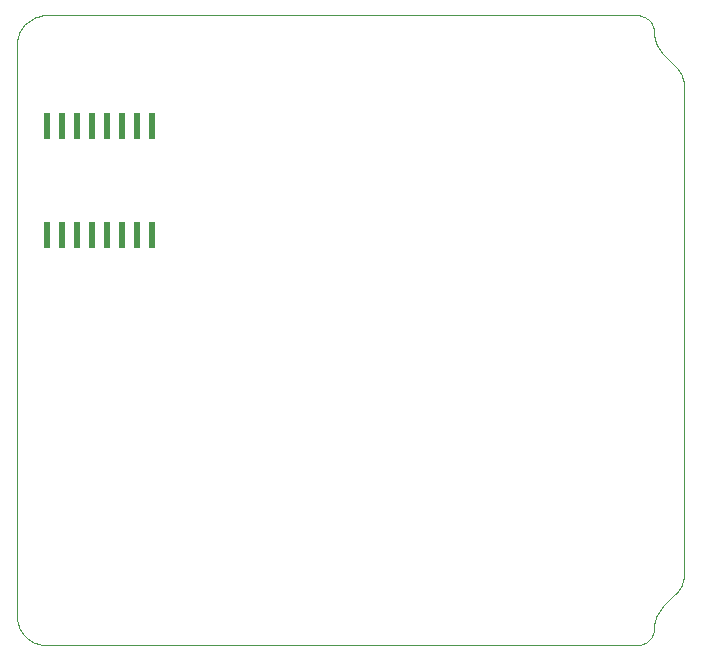
<source format=gtp>
G75*
G70*
%OFA0B0*%
%FSLAX24Y24*%
%IPPOS*%
%LPD*%
%AMOC8*
5,1,8,0,0,1.08239X$1,22.5*
%
%ADD10R,0.0236X0.0866*%
%ADD11C,0.0000*%
D10*
X001937Y014626D03*
X002437Y014626D03*
X002937Y014626D03*
X003437Y014626D03*
X003937Y014626D03*
X004437Y014626D03*
X004937Y014626D03*
X005437Y014626D03*
X005437Y018248D03*
X004937Y018248D03*
X004437Y018248D03*
X003937Y018248D03*
X003437Y018248D03*
X002937Y018248D03*
X002437Y018248D03*
X001937Y018248D03*
D11*
X001937Y000937D02*
X021602Y000937D01*
X021648Y000939D01*
X021694Y000944D01*
X021739Y000953D01*
X021783Y000966D01*
X021826Y000982D01*
X021868Y001001D01*
X021908Y001023D01*
X021946Y001049D01*
X021983Y001077D01*
X022016Y001109D01*
X022048Y001142D01*
X022076Y001179D01*
X022102Y001217D01*
X022124Y001257D01*
X022143Y001299D01*
X022159Y001342D01*
X022172Y001386D01*
X022181Y001431D01*
X022186Y001477D01*
X022188Y001523D01*
X022480Y002230D02*
X022894Y002644D01*
X023187Y003352D02*
X023187Y003687D01*
X023187Y019523D01*
X022894Y020230D02*
X022480Y020644D01*
X022480Y020645D02*
X022438Y020689D01*
X022400Y020735D01*
X022364Y020784D01*
X022331Y020835D01*
X022302Y020887D01*
X022275Y020942D01*
X022252Y020997D01*
X022232Y021055D01*
X022216Y021113D01*
X022203Y021172D01*
X022194Y021231D01*
X022189Y021292D01*
X022187Y021352D01*
X022188Y021352D02*
X022186Y021398D01*
X022181Y021444D01*
X022172Y021489D01*
X022159Y021533D01*
X022143Y021576D01*
X022124Y021618D01*
X022102Y021658D01*
X022076Y021696D01*
X022048Y021733D01*
X022016Y021766D01*
X021983Y021798D01*
X021946Y021826D01*
X021908Y021852D01*
X021868Y021874D01*
X021826Y021893D01*
X021783Y021909D01*
X021739Y021922D01*
X021694Y021931D01*
X021648Y021936D01*
X021602Y021938D01*
X021602Y021937D02*
X001937Y021937D01*
X001877Y021935D01*
X001816Y021930D01*
X001757Y021921D01*
X001698Y021908D01*
X001639Y021892D01*
X001582Y021872D01*
X001527Y021849D01*
X001472Y021822D01*
X001420Y021793D01*
X001369Y021760D01*
X001320Y021724D01*
X001274Y021686D01*
X001230Y021644D01*
X001188Y021600D01*
X001150Y021554D01*
X001114Y021505D01*
X001081Y021454D01*
X001052Y021402D01*
X001025Y021347D01*
X001002Y021292D01*
X000982Y021235D01*
X000966Y021176D01*
X000953Y021117D01*
X000944Y021058D01*
X000939Y020997D01*
X000937Y020937D01*
X000937Y001937D01*
X000939Y001877D01*
X000944Y001816D01*
X000953Y001757D01*
X000966Y001698D01*
X000982Y001639D01*
X001002Y001582D01*
X001025Y001527D01*
X001052Y001472D01*
X001081Y001420D01*
X001114Y001369D01*
X001150Y001320D01*
X001188Y001274D01*
X001230Y001230D01*
X001274Y001188D01*
X001320Y001150D01*
X001369Y001114D01*
X001420Y001081D01*
X001472Y001052D01*
X001527Y001025D01*
X001582Y001002D01*
X001639Y000982D01*
X001698Y000966D01*
X001757Y000953D01*
X001816Y000944D01*
X001877Y000939D01*
X001937Y000937D01*
X022894Y002645D02*
X022936Y002689D01*
X022974Y002735D01*
X023010Y002784D01*
X023043Y002835D01*
X023072Y002887D01*
X023099Y002942D01*
X023122Y002997D01*
X023142Y003055D01*
X023158Y003113D01*
X023171Y003172D01*
X023180Y003231D01*
X023185Y003292D01*
X023187Y003352D01*
X023187Y003437D02*
X023187Y003687D01*
X022480Y002230D02*
X022438Y002186D01*
X022400Y002140D01*
X022364Y002091D01*
X022331Y002040D01*
X022302Y001988D01*
X022275Y001933D01*
X022252Y001878D01*
X022232Y001820D01*
X022216Y001762D01*
X022203Y001703D01*
X022194Y001644D01*
X022189Y001583D01*
X022187Y001523D01*
X023187Y019523D02*
X023185Y019583D01*
X023180Y019644D01*
X023171Y019703D01*
X023158Y019762D01*
X023142Y019820D01*
X023122Y019878D01*
X023099Y019933D01*
X023072Y019988D01*
X023043Y020040D01*
X023010Y020091D01*
X022974Y020140D01*
X022936Y020186D01*
X022894Y020230D01*
M02*

</source>
